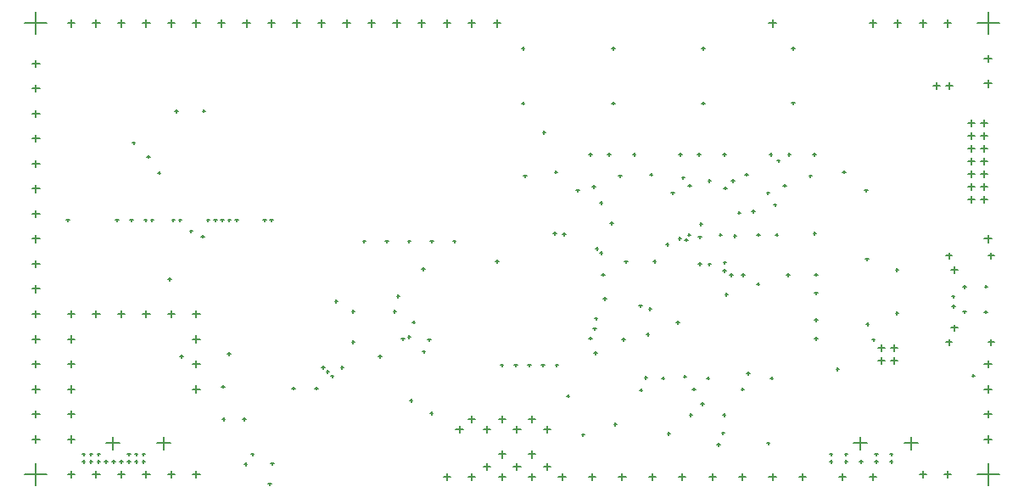
<source format=gbr>
%TF.GenerationSoftware,Altium Limited,Altium Designer,21.0.9 (235)*%
G04 Layer_Color=128*
%FSLAX45Y45*%
%MOMM*%
%TF.SameCoordinates,158FC4AE-840B-470E-B714-2E0BDA5EE684*%
%TF.FilePolarity,Positive*%
%TF.FileFunction,Drillmap*%
%TF.Part,Single*%
G01*
G75*
%TA.AperFunction,NonConductor*%
%ADD167C,0.12700*%
D167*
X9328500Y4125000D02*
X9398500D01*
X9363500Y4090000D02*
Y4160000D01*
X9201500Y4125000D02*
X9271500D01*
X9236500Y4090000D02*
Y4160000D01*
X8411000Y558800D02*
X8541000D01*
X8476000Y493800D02*
Y623800D01*
X9678500Y3756000D02*
X9748500D01*
X9713500Y3721000D02*
Y3791000D01*
X9551500Y3756000D02*
X9621500D01*
X9586500Y3721000D02*
Y3791000D01*
X9678500Y3629000D02*
X9748500D01*
X9713500Y3594000D02*
Y3664000D01*
X9678500Y3502000D02*
X9748500D01*
X9713500Y3467000D02*
Y3537000D01*
X9551500Y3629000D02*
X9621500D01*
X9586500Y3594000D02*
Y3664000D01*
X9551500Y3502000D02*
X9621500D01*
X9586500Y3467000D02*
Y3537000D01*
X9678500Y3375000D02*
X9748500D01*
X9713500Y3340000D02*
Y3410000D01*
X9551500Y3375000D02*
X9621500D01*
X9586500Y3340000D02*
Y3410000D01*
X9678500Y3248000D02*
X9748500D01*
X9713500Y3213000D02*
Y3283000D01*
X9678500Y3121000D02*
X9748500D01*
X9713500Y3086000D02*
Y3156000D01*
X9678500Y2994000D02*
X9748500D01*
X9713500Y2959000D02*
Y3029000D01*
X9551500Y3248000D02*
X9621500D01*
X9586500Y3213000D02*
Y3283000D01*
X9551500Y3121000D02*
X9621500D01*
X9586500Y3086000D02*
Y3156000D01*
X9551500Y2994000D02*
X9621500D01*
X9586500Y2959000D02*
Y3029000D01*
X8778500Y1386500D02*
X8848500D01*
X8813500Y1351500D02*
Y1421500D01*
X8651500Y1386500D02*
X8721500D01*
X8686500Y1351500D02*
Y1421500D01*
X8778500Y1513500D02*
X8848500D01*
X8813500Y1478500D02*
Y1548500D01*
X8651500Y1513500D02*
X8721500D01*
X8686500Y1478500D02*
Y1548500D01*
X140000Y250000D02*
X360000D01*
X250000Y140000D02*
Y360000D01*
X9640000Y250000D02*
X9860000D01*
X9750000Y140000D02*
Y360000D01*
X9640000Y4750000D02*
X9860000D01*
X9750000Y4640000D02*
Y4860000D01*
X140000Y4750000D02*
X360000D01*
X250000Y4640000D02*
Y4860000D01*
X9752000Y1568000D02*
X9812000D01*
X9782000Y1538000D02*
Y1598000D01*
X9334000Y2432000D02*
X9394000D01*
X9364000Y2402000D02*
Y2462000D01*
X9334000Y1568000D02*
X9394000D01*
X9364000Y1538000D02*
Y1598000D01*
X9752000Y2432000D02*
X9812000D01*
X9782000Y2402000D02*
Y2462000D01*
X9384500Y2289000D02*
X9449500D01*
X9417000Y2256500D02*
Y2321500D01*
X9384500Y1711000D02*
X9449500D01*
X9417000Y1678500D02*
Y1743500D01*
X8919000Y558800D02*
X9049000D01*
X8984000Y493800D02*
Y623800D01*
X951000Y558800D02*
X1081000D01*
X1016000Y493800D02*
Y623800D01*
X1459000Y558800D02*
X1589000D01*
X1524000Y493800D02*
Y623800D01*
X1564500Y2197600D02*
X1604500D01*
X1584500Y2177600D02*
Y2217600D01*
X4314440Y225000D02*
X4385560D01*
X4350000Y189440D02*
Y260560D01*
X4439440Y700000D02*
X4510560D01*
X4475000Y664440D02*
Y735560D01*
X5314440Y700000D02*
X5385560D01*
X5350000Y664440D02*
Y735560D01*
X5314440Y325000D02*
X5385560D01*
X5350000Y289440D02*
Y360560D01*
X5014440Y325000D02*
X5085560D01*
X5050000Y289440D02*
Y360560D01*
X4714440Y325000D02*
X4785560D01*
X4750000Y289440D02*
Y360560D01*
X5014440Y700000D02*
X5085560D01*
X5050000Y664440D02*
Y735560D01*
X4714440Y700000D02*
X4785560D01*
X4750000Y664440D02*
Y735560D01*
X4864440Y450000D02*
X4935560D01*
X4900000Y414440D02*
Y485560D01*
X5164440Y450000D02*
X5235560D01*
X5200000Y414440D02*
Y485560D01*
X5164440Y800000D02*
X5235560D01*
X5200000Y764440D02*
Y835560D01*
X4864440Y800000D02*
X4935560D01*
X4900000Y764440D02*
Y835560D01*
X4564440Y800000D02*
X4635560D01*
X4600000Y764440D02*
Y835560D01*
X8517940Y3082500D02*
X8547940D01*
X8532940Y3067500D02*
Y3097500D01*
X7540840Y3057500D02*
X7570840D01*
X7555840Y3042500D02*
Y3072500D01*
X7188440Y3180080D02*
X7218440D01*
X7203440Y3165080D02*
Y3195080D01*
X6590880Y3057500D02*
X6620880D01*
X6605880Y3042500D02*
Y3072500D01*
X5642500Y3082500D02*
X5672500D01*
X5657500Y3067500D02*
Y3097500D01*
X8235000Y1300000D02*
X8265000D01*
X8250000Y1285000D02*
Y1315000D01*
X8564440Y225000D02*
X8635560D01*
X8600000Y189440D02*
Y260560D01*
X8264440Y225000D02*
X8335560D01*
X8300000Y189440D02*
Y260560D01*
X8170000Y450000D02*
X8200000D01*
X8185000Y435000D02*
Y465000D01*
X8320000Y450000D02*
X8350000D01*
X8335000Y435000D02*
Y465000D01*
X8170000Y375000D02*
X8200000D01*
X8185000Y360000D02*
Y390000D01*
X8320000Y375000D02*
X8350000D01*
X8335000Y360000D02*
Y390000D01*
X8470000Y375000D02*
X8500000D01*
X8485000Y360000D02*
Y390000D01*
X8620000Y375000D02*
X8650000D01*
X8635000Y360000D02*
Y390000D01*
X8770000Y450000D02*
X8800000D01*
X8785000Y435000D02*
Y465000D01*
X8620000Y450000D02*
X8650000D01*
X8635000Y435000D02*
Y465000D01*
X8770000Y375000D02*
X8800000D01*
X8785000Y360000D02*
Y390000D01*
X1310000Y375000D02*
X1340000D01*
X1325000Y360000D02*
Y390000D01*
X1160000Y450000D02*
X1190000D01*
X1175000Y435000D02*
Y465000D01*
X1235000Y450000D02*
X1265000D01*
X1250000Y435000D02*
Y465000D01*
X1310000Y450000D02*
X1340000D01*
X1325000Y435000D02*
Y465000D01*
X1235000Y375000D02*
X1265000D01*
X1250000Y360000D02*
Y390000D01*
X1160000Y375000D02*
X1190000D01*
X1175000Y360000D02*
Y390000D01*
X1085000Y375000D02*
X1115000D01*
X1100000Y360000D02*
Y390000D01*
X1010000Y375000D02*
X1040000D01*
X1025000Y360000D02*
Y390000D01*
X935000Y375000D02*
X965000D01*
X950000Y360000D02*
Y390000D01*
X860000Y375000D02*
X890000D01*
X875000Y360000D02*
Y390000D01*
X785000Y375000D02*
X815000D01*
X800000Y360000D02*
Y390000D01*
X710000Y375000D02*
X740000D01*
X725000Y360000D02*
Y390000D01*
X860000Y450000D02*
X890000D01*
X875000Y435000D02*
Y465000D01*
X785000Y450000D02*
X815000D01*
X800000Y435000D02*
Y465000D01*
X710000Y450000D02*
X740000D01*
X725000Y435000D02*
Y465000D01*
X2312500Y800000D02*
X2342500D01*
X2327500Y785000D02*
Y815000D01*
X2107500Y800000D02*
X2137500D01*
X2122500Y785000D02*
Y815000D01*
X7645000Y3380000D02*
X7675000D01*
X7660000Y3365000D02*
Y3395000D01*
X8527500Y2397500D02*
X8557500D01*
X8542500Y2382500D02*
Y2412500D01*
X8532500Y1750000D02*
X8562500D01*
X8547500Y1735000D02*
Y1765000D01*
X5875000Y2957500D02*
X5905000D01*
X5890000Y2942500D02*
Y2972500D01*
X5977500Y2755000D02*
X6007500D01*
X5992500Y2740000D02*
Y2770000D01*
X1210000Y3557500D02*
X1240000D01*
X1225000Y3542500D02*
Y3572500D01*
X1357500Y3420000D02*
X1387500D01*
X1372500Y3405000D02*
Y3435000D01*
X1910000Y3877500D02*
X1940000D01*
X1925000Y3862500D02*
Y3892500D01*
X1635000Y3875000D02*
X1665000D01*
X1650000Y3860000D02*
Y3890000D01*
X7048100Y546900D02*
X7078100D01*
X7063100Y531900D02*
Y561900D01*
X7542500Y560000D02*
X7572500D01*
X7557500Y545000D02*
Y575000D01*
X7344969Y1256446D02*
X7374969D01*
X7359969Y1241446D02*
Y1271446D01*
X6872500Y2747500D02*
X6902500D01*
X6887500Y2732500D02*
Y2762500D01*
X6724189Y2590458D02*
X6754189D01*
X6739189Y2575458D02*
Y2605458D01*
X6660000Y2601510D02*
X6690000D01*
X6675000Y2586510D02*
Y2616510D01*
X6125000Y2372500D02*
X6155000D01*
X6140000Y2357500D02*
Y2387500D01*
X5912500Y2000000D02*
X5942500D01*
X5927500Y1985000D02*
Y2015000D01*
X5545202Y1032500D02*
X5575202D01*
X5560202Y1017500D02*
Y1047500D01*
X6942502Y1210203D02*
X6972502D01*
X6957502Y1195203D02*
Y1225203D01*
X9590000Y1235202D02*
X9620000D01*
X9605000Y1220202D02*
Y1250202D01*
X8827502Y1860205D02*
X8857502D01*
X8842502Y1845205D02*
Y1875205D01*
X8827502Y2289800D02*
X8857502D01*
X8842502Y2274800D02*
Y2304800D01*
X8004999Y3439800D02*
X8034999D01*
X8019999Y3424800D02*
Y3454800D01*
X7752498Y3439800D02*
X7782498D01*
X7767498Y3424800D02*
Y3454800D01*
X7567499Y3439800D02*
X7597499D01*
X7582499Y3424800D02*
Y3454800D01*
X7105001Y3439800D02*
X7135001D01*
X7120001Y3424800D02*
Y3454800D01*
X6852500Y3439800D02*
X6882500D01*
X6867500Y3424800D02*
Y3454800D01*
X6667501Y3439800D02*
X6697501D01*
X6682501Y3424800D02*
Y3454800D01*
X6204998Y3439800D02*
X6234998D01*
X6219998Y3424800D02*
Y3454800D01*
X5952501Y3439800D02*
X5982501D01*
X5967501Y3424800D02*
Y3454800D01*
X5767498Y3439800D02*
X5797498D01*
X5782498Y3424800D02*
Y3454800D01*
X5305000Y3660201D02*
X5334999D01*
X5320000Y3645201D02*
Y3675201D01*
X5115002Y3227299D02*
X5145002D01*
X5130002Y3212299D02*
Y3242299D01*
X5424797Y3267502D02*
X5454797D01*
X5439797Y3252502D02*
Y3282502D01*
X6064998Y3227299D02*
X6094998D01*
X6079998Y3212299D02*
Y3242299D01*
X6374796Y3242502D02*
X6404796D01*
X6389796Y3227502D02*
Y3257502D01*
X6694999Y3209798D02*
X6724999D01*
X6709999Y3194798D02*
Y3224798D01*
X7324800Y3242502D02*
X7354800D01*
X7339800Y3227502D02*
Y3257502D01*
X7964999Y3227299D02*
X7994999D01*
X7979999Y3212299D02*
Y3242299D01*
X8299800Y3267502D02*
X8329799D01*
X8314799Y3252502D02*
Y3282502D01*
X8007422Y2654899D02*
X8037422D01*
X8022422Y2639899D02*
Y2669899D01*
X6712100Y1227500D02*
X6742100D01*
X6727100Y1212500D02*
Y1242500D01*
X6800000Y1100000D02*
X6830000D01*
X6815000Y1085000D02*
Y1115000D01*
X7287500Y1100000D02*
X7317500D01*
X7302500Y1085000D02*
Y1115000D01*
X6017297Y750001D02*
X6047297D01*
X6032297Y735001D02*
Y765001D01*
X5770201Y1607500D02*
X5800200D01*
X5785201Y1592500D02*
Y1622500D01*
X5895204Y2242500D02*
X5925204D01*
X5910204Y2227500D02*
Y2257500D01*
X7577502Y1210203D02*
X7607502D01*
X7592502Y1195203D02*
Y1225203D01*
X6492500Y1210203D02*
X6522500D01*
X6507500Y1195203D02*
Y1225203D01*
X7252499Y2860203D02*
X7282499D01*
X7267499Y2845203D02*
Y2875203D01*
X7067500Y2639797D02*
X7097500D01*
X7082500Y2624797D02*
Y2654797D01*
X7627499Y2639797D02*
X7657499D01*
X7642499Y2624797D02*
Y2654797D01*
X7442501Y2639797D02*
X7472501D01*
X7457501Y2624797D02*
Y2654797D01*
X5817500Y1460200D02*
X5847500D01*
X5832500Y1445200D02*
Y1475200D01*
X6770204Y842498D02*
X6800204D01*
X6785204Y827498D02*
Y857498D01*
X6549798Y657499D02*
X6579798D01*
X6564798Y642499D02*
Y672499D01*
X5824800Y1805000D02*
X5854800D01*
X5839800Y1790000D02*
Y1820000D01*
X6099796Y1594998D02*
X6129796D01*
X6114796Y1579998D02*
Y1609998D01*
X5695205Y645003D02*
X5725204D01*
X5710204Y630003D02*
Y660002D01*
X8022500Y1602500D02*
X8052500D01*
X8037500Y1587500D02*
Y1617500D01*
X8022500Y1792500D02*
X8052500D01*
X8037500Y1777500D02*
Y1807500D01*
X7742500Y2237500D02*
X7772500D01*
X7757500Y2222500D02*
Y2252500D01*
X8022500Y2057500D02*
X8052500D01*
X8037500Y2042500D02*
Y2072500D01*
X8022500Y2242500D02*
X8052500D01*
X8037500Y2227500D02*
Y2257500D01*
X3896600Y1600200D02*
X3926600D01*
X3911600Y1585200D02*
Y1615200D01*
X3849970Y2029460D02*
X3879970D01*
X3864970Y2014460D02*
Y2044460D01*
X1463280Y3258820D02*
X1493280D01*
X1478280Y3243820D02*
Y3273820D01*
X6858240Y2347870D02*
X6888240D01*
X6873240Y2332870D02*
Y2362870D01*
X5832080Y2500270D02*
X5862080D01*
X5847080Y2485270D02*
Y2515270D01*
X5875260Y2458720D02*
X5905260D01*
X5890260Y2443720D02*
Y2473720D01*
X6957300Y2346960D02*
X6987300D01*
X6972300Y2331960D02*
Y2361960D01*
X6273099Y1091259D02*
X6303099D01*
X6288099Y1076259D02*
Y1106259D01*
X6322300Y1216660D02*
X6352300D01*
X6337300Y1201660D02*
Y1231660D01*
X6639800Y1765300D02*
X6669800D01*
X6654800Y1750300D02*
Y1780300D01*
X6759180Y3131820D02*
X6789180D01*
X6774180Y3116820D02*
Y3146820D01*
X5804140Y3119120D02*
X5834140D01*
X5819140Y3104120D02*
Y3134120D01*
X6408660Y2374900D02*
X6438660D01*
X6423660Y2359900D02*
Y2389900D01*
X6535660Y2545080D02*
X6565660D01*
X6550660Y2530080D02*
Y2560080D01*
X6754100Y2639800D02*
X6784100D01*
X6769100Y2624800D02*
Y2654800D01*
X5506661Y2646320D02*
X5536661D01*
X5521661Y2631320D02*
Y2661320D01*
X7112240Y3106420D02*
X7142240D01*
X7127240Y3091420D02*
Y3121420D01*
X7709140Y3130910D02*
X7739140D01*
X7724140Y3115910D02*
Y3145910D01*
X6860780Y2616200D02*
X6890780D01*
X6875780Y2601200D02*
Y2631200D01*
X7610080Y2938780D02*
X7640080D01*
X7625080Y2923780D02*
Y2953780D01*
X7211300Y2628900D02*
X7241300D01*
X7226300Y2613900D02*
Y2643900D01*
X7391640Y2872740D02*
X7421640D01*
X7406640Y2857740D02*
Y2887740D01*
X7125723Y2046810D02*
X7155723D01*
X7140723Y2031811D02*
Y2061810D01*
X7109700Y2362200D02*
X7139700D01*
X7124700Y2347200D02*
Y2377200D01*
X7440398Y2149963D02*
X7470398D01*
X7455398Y2134963D02*
Y2164963D01*
X7107160Y2279460D02*
X7137160D01*
X7122160Y2264460D02*
Y2294460D01*
X7292580Y2237740D02*
X7322580D01*
X7307580Y2222740D02*
Y2252740D01*
X7173030Y2237910D02*
X7203030D01*
X7188030Y2222910D02*
Y2252910D01*
X6363310Y1899550D02*
X6393310D01*
X6378310Y1884550D02*
Y1914550D01*
X6268960Y1930400D02*
X6298960D01*
X6283960Y1915400D02*
Y1945400D01*
X6957300Y3180080D02*
X6987300D01*
X6972300Y3165080D02*
Y3195080D01*
X9715800Y1869440D02*
X9745800D01*
X9730800Y1854440D02*
Y1884440D01*
X9716948Y2124338D02*
X9746948D01*
X9731948Y2109338D02*
Y2139338D01*
X9499840Y2120900D02*
X9529840D01*
X9514840Y2105900D02*
Y2135900D01*
X8593060Y1592580D02*
X8623060D01*
X8608060Y1577580D02*
Y1607580D01*
X6340080Y1648460D02*
X6370080D01*
X6355080Y1633460D02*
Y1663460D01*
X5809220Y1701800D02*
X5839220D01*
X5824220Y1686800D02*
Y1716800D01*
X4158530Y1592270D02*
X4188530D01*
X4173530Y1577270D02*
Y1607270D01*
X7102080Y840740D02*
X7132080D01*
X7117080Y825740D02*
Y855740D01*
X7091920Y660400D02*
X7121920D01*
X7106920Y645400D02*
Y675400D01*
X3290699Y1315000D02*
X3320699D01*
X3305699Y1300000D02*
Y1330000D01*
X9714440Y1100000D02*
X9785560D01*
X9750000Y1064440D02*
Y1135560D01*
X9714440Y850000D02*
X9785560D01*
X9750000Y814440D02*
Y885560D01*
X9714440Y600000D02*
X9785560D01*
X9750000Y564440D02*
Y635560D01*
X9064440Y250000D02*
X9135560D01*
X9100000Y214440D02*
Y285560D01*
X9314440Y250000D02*
X9385560D01*
X9350000Y214440D02*
Y285560D01*
X9714440Y1350000D02*
X9785560D01*
X9750000Y1314440D02*
Y1385560D01*
X9714440Y2600000D02*
X9785560D01*
X9750000Y2564440D02*
Y2635560D01*
X9714440Y4150000D02*
X9785560D01*
X9750000Y4114440D02*
Y4185560D01*
X9714440Y4400000D02*
X9785560D01*
X9750000Y4364440D02*
Y4435560D01*
X1814440Y1100000D02*
X1885560D01*
X1850000Y1064440D02*
Y1135560D01*
X1814440Y1350000D02*
X1885560D01*
X1850000Y1314440D02*
Y1385560D01*
X1814440Y1600000D02*
X1885560D01*
X1850000Y1564440D02*
Y1635560D01*
X1814440Y1850000D02*
X1885560D01*
X1850000Y1814440D02*
Y1885560D01*
X1564440Y1850000D02*
X1635560D01*
X1600000Y1814440D02*
Y1885560D01*
X1314440Y1850000D02*
X1385560D01*
X1350000Y1814440D02*
Y1885560D01*
X1064440Y1850000D02*
X1135560D01*
X1100000Y1814440D02*
Y1885560D01*
X814440Y1850000D02*
X885560D01*
X850000Y1814440D02*
Y1885560D01*
X564440Y1850000D02*
X635560D01*
X600000Y1814440D02*
Y1885560D01*
X564440Y1600000D02*
X635560D01*
X600000Y1564440D02*
Y1635560D01*
X564440Y1350000D02*
X635560D01*
X600000Y1314440D02*
Y1385560D01*
X564440Y1100000D02*
X635560D01*
X600000Y1064440D02*
Y1135560D01*
X564440Y850000D02*
X635560D01*
X600000Y814440D02*
Y885560D01*
X564440Y600000D02*
X635560D01*
X600000Y564440D02*
Y635560D01*
X564440Y250000D02*
X635560D01*
X600000Y214440D02*
Y285560D01*
X814440Y250000D02*
X885560D01*
X850000Y214440D02*
Y285560D01*
X1064440Y250000D02*
X1135560D01*
X1100000Y214440D02*
Y285560D01*
X1314440Y250000D02*
X1385560D01*
X1350000Y214440D02*
Y285560D01*
X1564440Y250000D02*
X1635560D01*
X1600000Y214440D02*
Y285560D01*
X1814440Y250000D02*
X1885560D01*
X1850000Y214440D02*
Y285560D01*
X8564440Y4750000D02*
X8635560D01*
X8600000Y4714440D02*
Y4785560D01*
X8814440Y4750000D02*
X8885560D01*
X8850000Y4714440D02*
Y4785560D01*
X9064440Y4750000D02*
X9135560D01*
X9100000Y4714440D02*
Y4785560D01*
X9314440Y4750000D02*
X9385560D01*
X9350000Y4714440D02*
Y4785560D01*
X4564440Y4750000D02*
X4635560D01*
X4600000Y4714440D02*
Y4785560D01*
X4814440Y4750000D02*
X4885560D01*
X4850000Y4714440D02*
Y4785560D01*
X7564440Y4750000D02*
X7635560D01*
X7600000Y4714440D02*
Y4785560D01*
X564440Y4750000D02*
X635560D01*
X600000Y4714440D02*
Y4785560D01*
X814440Y4750000D02*
X885560D01*
X850000Y4714440D02*
Y4785560D01*
X1064440Y4750000D02*
X1135560D01*
X1100000Y4714440D02*
Y4785560D01*
X1314440Y4750000D02*
X1385560D01*
X1350000Y4714440D02*
Y4785560D01*
X1564440Y4750000D02*
X1635560D01*
X1600000Y4714440D02*
Y4785560D01*
X1814440Y4750000D02*
X1885560D01*
X1850000Y4714440D02*
Y4785560D01*
X2064440Y4750000D02*
X2135560D01*
X2100000Y4714440D02*
Y4785560D01*
X2314440Y4750000D02*
X2385560D01*
X2350000Y4714440D02*
Y4785560D01*
X2564440Y4750000D02*
X2635560D01*
X2600000Y4714440D02*
Y4785560D01*
X2814440Y4750000D02*
X2885560D01*
X2850000Y4714440D02*
Y4785560D01*
X3064440Y4750000D02*
X3135560D01*
X3100000Y4714440D02*
Y4785560D01*
X3314440Y4750000D02*
X3385560D01*
X3350000Y4714440D02*
Y4785560D01*
X3564440Y4750000D02*
X3635560D01*
X3600000Y4714440D02*
Y4785560D01*
X3814440Y4750000D02*
X3885560D01*
X3850000Y4714440D02*
Y4785560D01*
X4064440Y4750000D02*
X4135560D01*
X4100000Y4714440D02*
Y4785560D01*
X4314440Y4750000D02*
X4385560D01*
X4350000Y4714440D02*
Y4785560D01*
X214440Y4350000D02*
X285560D01*
X250000Y4314440D02*
Y4385560D01*
X214440Y4100000D02*
X285560D01*
X250000Y4064440D02*
Y4135560D01*
X214440Y3850000D02*
X285560D01*
X250000Y3814440D02*
Y3885560D01*
X214440Y3600000D02*
X285560D01*
X250000Y3564440D02*
Y3635560D01*
X214440Y3350000D02*
X285560D01*
X250000Y3314440D02*
Y3385560D01*
X214440Y3100000D02*
X285560D01*
X250000Y3064440D02*
Y3135560D01*
X214440Y2850000D02*
X285560D01*
X250000Y2814440D02*
Y2885560D01*
X214440Y2600000D02*
X285560D01*
X250000Y2564440D02*
Y2635560D01*
X214440Y2350000D02*
X285560D01*
X250000Y2314440D02*
Y2385560D01*
X214440Y2100000D02*
X285560D01*
X250000Y2064440D02*
Y2135560D01*
X214440Y1850000D02*
X285560D01*
X250000Y1814440D02*
Y1885560D01*
X214440Y1600000D02*
X285560D01*
X250000Y1564440D02*
Y1635560D01*
X214440Y1350000D02*
X285560D01*
X250000Y1314440D02*
Y1385560D01*
X214440Y1100000D02*
X285560D01*
X250000Y1064440D02*
Y1135560D01*
X214440Y850000D02*
X285560D01*
X250000Y814440D02*
Y885560D01*
X214440Y600000D02*
X285560D01*
X250000Y564440D02*
Y635560D01*
X1685000Y1425000D02*
X1715000D01*
X1700000Y1410000D02*
Y1440000D01*
X4409680Y2575560D02*
X4439680D01*
X4424680Y2560560D02*
Y2590560D01*
X5412980Y2654300D02*
X5442980D01*
X5427980Y2639300D02*
Y2669300D01*
X3231120Y1978660D02*
X3261120D01*
X3246120Y1963660D02*
Y1993660D01*
X3190480Y1229360D02*
X3220480D01*
X3205480Y1214360D02*
Y1244360D01*
X4181080Y858520D02*
X4211080D01*
X4196080Y843520D02*
Y873520D01*
X3101183Y1318260D02*
X3131183D01*
X3116183Y1303260D02*
Y1333260D01*
X3147300Y1272540D02*
X3177300D01*
X3162300Y1257540D02*
Y1287540D01*
X2591040Y355600D02*
X2621040D01*
X2606040Y340600D02*
Y370600D01*
X3960000Y2575000D02*
X3990000D01*
X3975000Y2560000D02*
Y2590000D01*
X4185000Y2575000D02*
X4215000D01*
X4200000Y2560000D02*
Y2590000D01*
X3735000Y2575000D02*
X3765000D01*
X3750000Y2560000D02*
Y2590000D01*
X3510000Y2575000D02*
X3540000D01*
X3525000Y2560000D02*
Y2590000D01*
X4564440Y225000D02*
X4635560D01*
X4600000Y189440D02*
Y260560D01*
X4864440Y225000D02*
X4935560D01*
X4900000Y189440D02*
Y260560D01*
X5164440Y225000D02*
X5235560D01*
X5200000Y189440D02*
Y260560D01*
X5464440Y225000D02*
X5535560D01*
X5500000Y189440D02*
Y260560D01*
X5764440Y225000D02*
X5835560D01*
X5800000Y189440D02*
Y260560D01*
X6064440Y225000D02*
X6135560D01*
X6100000Y189440D02*
Y260560D01*
X6364440Y225000D02*
X6435560D01*
X6400000Y189440D02*
Y260560D01*
X6664440Y225000D02*
X6735560D01*
X6700000Y189440D02*
Y260560D01*
X6964440Y225000D02*
X7035560D01*
X7000000Y189440D02*
Y260560D01*
X7264440Y225000D02*
X7335560D01*
X7300000Y189440D02*
Y260560D01*
X7564440Y225000D02*
X7635560D01*
X7600000Y189440D02*
Y260560D01*
X7864440Y225000D02*
X7935560D01*
X7900000Y189440D02*
Y260560D01*
X2326880Y353060D02*
X2356880D01*
X2341880Y338060D02*
Y368060D01*
X2395460Y449580D02*
X2425460D01*
X2410460Y434580D02*
Y464580D01*
X3668450Y1425200D02*
X3698450D01*
X3683450Y1410200D02*
Y1440200D01*
X5158980Y1338580D02*
X5188980D01*
X5173980Y1323580D02*
Y1353580D01*
X5296140Y1338580D02*
X5326140D01*
X5311140Y1323580D02*
Y1353580D01*
X5021820Y1338580D02*
X5051820D01*
X5036820Y1323580D02*
Y1353580D01*
X5433300Y1338580D02*
X5463300D01*
X5448300Y1323580D02*
Y1353580D01*
X4884660Y1338580D02*
X4914660D01*
X4899660Y1323580D02*
Y1353580D01*
X7792960Y3954780D02*
X7822960D01*
X7807960Y3939780D02*
Y3969780D01*
X7792960Y4500880D02*
X7822960D01*
X7807960Y4485880D02*
Y4515880D01*
X6896340Y3952240D02*
X6926340D01*
X6911340Y3937240D02*
Y3967240D01*
X6896340Y4498340D02*
X6926340D01*
X6911340Y4483340D02*
Y4513340D01*
X5994640Y3952240D02*
X6024640D01*
X6009640Y3937240D02*
Y3967240D01*
X5994640Y4498340D02*
X6024640D01*
X6009640Y4483340D02*
Y4513340D01*
X553960Y2786380D02*
X583960D01*
X568960Y2771380D02*
Y2801380D01*
X1044180Y2786380D02*
X1074180D01*
X1059180Y2771380D02*
Y2801380D01*
X1186420Y2786380D02*
X1216420D01*
X1201420Y2771380D02*
Y2801380D01*
X1328660Y2786380D02*
X1358660D01*
X1343660Y2771380D02*
Y2801380D01*
X1394700Y2786380D02*
X1424700D01*
X1409700Y2771380D02*
Y2801380D01*
X1605520Y2786380D02*
X1635520D01*
X1620520Y2771380D02*
Y2801380D01*
X1674100Y2786380D02*
X1704100D01*
X1689100Y2771380D02*
Y2801380D01*
X1953500Y2786380D02*
X1983500D01*
X1968500Y2771380D02*
Y2801380D01*
X2024620Y2786380D02*
X2054620D01*
X2039620Y2771380D02*
Y2801380D01*
X2095740Y2786380D02*
X2125740D01*
X2110740Y2771380D02*
Y2801380D01*
X2585960Y2786380D02*
X2615960D01*
X2600960Y2771380D02*
Y2801380D01*
X2514840Y2786380D02*
X2544840D01*
X2529840Y2771380D02*
Y2801380D01*
X2235440Y2786380D02*
X2265440D01*
X2250440Y2771380D02*
Y2801380D01*
X2164320Y2786380D02*
X2194320D01*
X2179320Y2771380D02*
Y2801380D01*
X5095480Y4498340D02*
X5125480D01*
X5110480Y4483340D02*
Y4513340D01*
X5095480Y3952240D02*
X5125480D01*
X5110480Y3937240D02*
Y3967240D01*
X2161780Y1450340D02*
X2191780D01*
X2176780Y1435340D02*
Y1465340D01*
X4003280Y1767840D02*
X4033280D01*
X4018280Y1752840D02*
Y1782840D01*
X3815320Y1877060D02*
X3845320D01*
X3830320Y1862060D02*
Y1892060D01*
X4838940Y2376640D02*
X4868940D01*
X4853940Y2361640D02*
Y2391640D01*
X9499840Y1871980D02*
X9529840D01*
X9514840Y1856980D02*
Y1886980D01*
X2568180Y152400D02*
X2598180D01*
X2583180Y137400D02*
Y167400D01*
X6886360Y954220D02*
X6916360D01*
X6901360Y939220D02*
Y969220D01*
X1783320Y2677160D02*
X1813320D01*
X1798320Y2662160D02*
Y2692160D01*
X1898890Y2622867D02*
X1928890D01*
X1913890Y2607868D02*
Y2637867D01*
X4102340Y2299780D02*
X4132340D01*
X4117340Y2284780D02*
Y2314780D01*
X4104880Y1474940D02*
X4134880D01*
X4119880Y1459940D02*
Y1489940D01*
X3977880Y988060D02*
X4007880D01*
X3992880Y973060D02*
Y1003060D01*
X3960100Y1620520D02*
X3990100D01*
X3975100Y1605520D02*
Y1635520D01*
X3401300Y1874520D02*
X3431300D01*
X3416300Y1859520D02*
Y1889520D01*
X3401100Y1572340D02*
X3431100D01*
X3416100Y1557340D02*
Y1587340D01*
X3033000Y1107440D02*
X3063000D01*
X3048000Y1092440D02*
Y1122440D01*
X2806940Y1107440D02*
X2836940D01*
X2821940Y1092440D02*
Y1122440D01*
X2100820Y1125220D02*
X2130820D01*
X2115820Y1110220D02*
Y1140220D01*
X9388440Y2024380D02*
X9418440D01*
X9403440Y2009380D02*
Y2039380D01*
X9390620Y1925320D02*
X9420620D01*
X9405620Y1910320D02*
Y1940320D01*
%TF.MD5,accb36bc6f9a72de404d70baabb4becf*%
M02*

</source>
